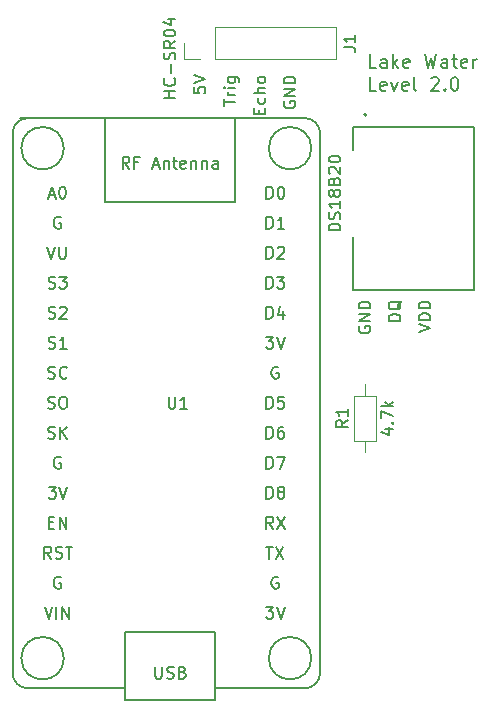
<source format=gbr>
%TF.GenerationSoftware,KiCad,Pcbnew,(5.1.9)-1*%
%TF.CreationDate,2021-04-23T18:31:25-07:00*%
%TF.ProjectId,LakeLevel,4c616b65-4c65-4766-956c-2e6b69636164,rev?*%
%TF.SameCoordinates,Original*%
%TF.FileFunction,Legend,Top*%
%TF.FilePolarity,Positive*%
%FSLAX46Y46*%
G04 Gerber Fmt 4.6, Leading zero omitted, Abs format (unit mm)*
G04 Created by KiCad (PCBNEW (5.1.9)-1) date 2021-04-23 18:31:25*
%MOMM*%
%LPD*%
G01*
G04 APERTURE LIST*
%ADD10C,0.150000*%
%ADD11C,0.200000*%
%ADD12C,0.120000*%
%ADD13C,0.127000*%
G04 APERTURE END LIST*
D10*
X133802380Y-66833333D02*
X132802380Y-66833333D01*
X133278571Y-66833333D02*
X133278571Y-66261904D01*
X133802380Y-66261904D02*
X132802380Y-66261904D01*
X133707142Y-65214285D02*
X133754761Y-65261904D01*
X133802380Y-65404761D01*
X133802380Y-65500000D01*
X133754761Y-65642857D01*
X133659523Y-65738095D01*
X133564285Y-65785714D01*
X133373809Y-65833333D01*
X133230952Y-65833333D01*
X133040476Y-65785714D01*
X132945238Y-65738095D01*
X132850000Y-65642857D01*
X132802380Y-65500000D01*
X132802380Y-65404761D01*
X132850000Y-65261904D01*
X132897619Y-65214285D01*
X133421428Y-64785714D02*
X133421428Y-64023809D01*
X133754761Y-63595238D02*
X133802380Y-63452380D01*
X133802380Y-63214285D01*
X133754761Y-63119047D01*
X133707142Y-63071428D01*
X133611904Y-63023809D01*
X133516666Y-63023809D01*
X133421428Y-63071428D01*
X133373809Y-63119047D01*
X133326190Y-63214285D01*
X133278571Y-63404761D01*
X133230952Y-63500000D01*
X133183333Y-63547619D01*
X133088095Y-63595238D01*
X132992857Y-63595238D01*
X132897619Y-63547619D01*
X132850000Y-63500000D01*
X132802380Y-63404761D01*
X132802380Y-63166666D01*
X132850000Y-63023809D01*
X133802380Y-62023809D02*
X133326190Y-62357142D01*
X133802380Y-62595238D02*
X132802380Y-62595238D01*
X132802380Y-62214285D01*
X132850000Y-62119047D01*
X132897619Y-62071428D01*
X132992857Y-62023809D01*
X133135714Y-62023809D01*
X133230952Y-62071428D01*
X133278571Y-62119047D01*
X133326190Y-62214285D01*
X133326190Y-62595238D01*
X132802380Y-61404761D02*
X132802380Y-61309523D01*
X132850000Y-61214285D01*
X132897619Y-61166666D01*
X132992857Y-61119047D01*
X133183333Y-61071428D01*
X133421428Y-61071428D01*
X133611904Y-61119047D01*
X133707142Y-61166666D01*
X133754761Y-61214285D01*
X133802380Y-61309523D01*
X133802380Y-61404761D01*
X133754761Y-61500000D01*
X133707142Y-61547619D01*
X133611904Y-61595238D01*
X133421428Y-61642857D01*
X133183333Y-61642857D01*
X132992857Y-61595238D01*
X132897619Y-61547619D01*
X132850000Y-61500000D01*
X132802380Y-61404761D01*
X133135714Y-60214285D02*
X133802380Y-60214285D01*
X132754761Y-60452380D02*
X133469047Y-60690476D01*
X133469047Y-60071428D01*
X149360000Y-86203214D02*
X149312380Y-86298452D01*
X149312380Y-86441309D01*
X149360000Y-86584166D01*
X149455238Y-86679404D01*
X149550476Y-86727023D01*
X149740952Y-86774642D01*
X149883809Y-86774642D01*
X150074285Y-86727023D01*
X150169523Y-86679404D01*
X150264761Y-86584166D01*
X150312380Y-86441309D01*
X150312380Y-86346071D01*
X150264761Y-86203214D01*
X150217142Y-86155595D01*
X149883809Y-86155595D01*
X149883809Y-86346071D01*
X150312380Y-85727023D02*
X149312380Y-85727023D01*
X150312380Y-85155595D01*
X149312380Y-85155595D01*
X150312380Y-84679404D02*
X149312380Y-84679404D01*
X149312380Y-84441309D01*
X149360000Y-84298452D01*
X149455238Y-84203214D01*
X149550476Y-84155595D01*
X149740952Y-84107976D01*
X149883809Y-84107976D01*
X150074285Y-84155595D01*
X150169523Y-84203214D01*
X150264761Y-84298452D01*
X150312380Y-84441309D01*
X150312380Y-84679404D01*
X140898571Y-68200833D02*
X140898571Y-67867500D01*
X141422380Y-67724642D02*
X141422380Y-68200833D01*
X140422380Y-68200833D01*
X140422380Y-67724642D01*
X141374761Y-66867500D02*
X141422380Y-66962738D01*
X141422380Y-67153214D01*
X141374761Y-67248452D01*
X141327142Y-67296071D01*
X141231904Y-67343690D01*
X140946190Y-67343690D01*
X140850952Y-67296071D01*
X140803333Y-67248452D01*
X140755714Y-67153214D01*
X140755714Y-66962738D01*
X140803333Y-66867500D01*
X141422380Y-66438928D02*
X140422380Y-66438928D01*
X141422380Y-66010357D02*
X140898571Y-66010357D01*
X140803333Y-66057976D01*
X140755714Y-66153214D01*
X140755714Y-66296071D01*
X140803333Y-66391309D01*
X140850952Y-66438928D01*
X141422380Y-65391309D02*
X141374761Y-65486547D01*
X141327142Y-65534166D01*
X141231904Y-65581785D01*
X140946190Y-65581785D01*
X140850952Y-65534166D01*
X140803333Y-65486547D01*
X140755714Y-65391309D01*
X140755714Y-65248452D01*
X140803333Y-65153214D01*
X140850952Y-65105595D01*
X140946190Y-65057976D01*
X141231904Y-65057976D01*
X141327142Y-65105595D01*
X141374761Y-65153214D01*
X141422380Y-65248452D01*
X141422380Y-65391309D01*
X152852380Y-85727023D02*
X151852380Y-85727023D01*
X151852380Y-85488928D01*
X151900000Y-85346071D01*
X151995238Y-85250833D01*
X152090476Y-85203214D01*
X152280952Y-85155595D01*
X152423809Y-85155595D01*
X152614285Y-85203214D01*
X152709523Y-85250833D01*
X152804761Y-85346071D01*
X152852380Y-85488928D01*
X152852380Y-85727023D01*
X152947619Y-84060357D02*
X152900000Y-84155595D01*
X152804761Y-84250833D01*
X152661904Y-84393690D01*
X152614285Y-84488928D01*
X152614285Y-84584166D01*
X152852380Y-84536547D02*
X152804761Y-84631785D01*
X152709523Y-84727023D01*
X152519047Y-84774642D01*
X152185714Y-84774642D01*
X151995238Y-84727023D01*
X151900000Y-84631785D01*
X151852380Y-84536547D01*
X151852380Y-84346071D01*
X151900000Y-84250833D01*
X151995238Y-84155595D01*
X152185714Y-84107976D01*
X152519047Y-84107976D01*
X152709523Y-84155595D01*
X152804761Y-84250833D01*
X152852380Y-84346071D01*
X152852380Y-84536547D01*
X154392380Y-86679404D02*
X155392380Y-86346071D01*
X154392380Y-86012738D01*
X155392380Y-85679404D02*
X154392380Y-85679404D01*
X154392380Y-85441309D01*
X154440000Y-85298452D01*
X154535238Y-85203214D01*
X154630476Y-85155595D01*
X154820952Y-85107976D01*
X154963809Y-85107976D01*
X155154285Y-85155595D01*
X155249523Y-85203214D01*
X155344761Y-85298452D01*
X155392380Y-85441309D01*
X155392380Y-85679404D01*
X155392380Y-84679404D02*
X154392380Y-84679404D01*
X154392380Y-84441309D01*
X154440000Y-84298452D01*
X154535238Y-84203214D01*
X154630476Y-84155595D01*
X154820952Y-84107976D01*
X154963809Y-84107976D01*
X155154285Y-84155595D01*
X155249523Y-84203214D01*
X155344761Y-84298452D01*
X155392380Y-84441309D01*
X155392380Y-84679404D01*
X143010000Y-67153214D02*
X142962380Y-67248452D01*
X142962380Y-67391309D01*
X143010000Y-67534166D01*
X143105238Y-67629404D01*
X143200476Y-67677023D01*
X143390952Y-67724642D01*
X143533809Y-67724642D01*
X143724285Y-67677023D01*
X143819523Y-67629404D01*
X143914761Y-67534166D01*
X143962380Y-67391309D01*
X143962380Y-67296071D01*
X143914761Y-67153214D01*
X143867142Y-67105595D01*
X143533809Y-67105595D01*
X143533809Y-67296071D01*
X143962380Y-66677023D02*
X142962380Y-66677023D01*
X143962380Y-66105595D01*
X142962380Y-66105595D01*
X143962380Y-65629404D02*
X142962380Y-65629404D01*
X142962380Y-65391309D01*
X143010000Y-65248452D01*
X143105238Y-65153214D01*
X143200476Y-65105595D01*
X143390952Y-65057976D01*
X143533809Y-65057976D01*
X143724285Y-65105595D01*
X143819523Y-65153214D01*
X143914761Y-65248452D01*
X143962380Y-65391309D01*
X143962380Y-65629404D01*
X137882380Y-67534166D02*
X137882380Y-66962738D01*
X138882380Y-67248452D02*
X137882380Y-67248452D01*
X138882380Y-66629404D02*
X138215714Y-66629404D01*
X138406190Y-66629404D02*
X138310952Y-66581785D01*
X138263333Y-66534166D01*
X138215714Y-66438928D01*
X138215714Y-66343690D01*
X138882380Y-66010357D02*
X138215714Y-66010357D01*
X137882380Y-66010357D02*
X137930000Y-66057976D01*
X137977619Y-66010357D01*
X137930000Y-65962738D01*
X137882380Y-66010357D01*
X137977619Y-66010357D01*
X138215714Y-65105595D02*
X139025238Y-65105595D01*
X139120476Y-65153214D01*
X139168095Y-65200833D01*
X139215714Y-65296071D01*
X139215714Y-65438928D01*
X139168095Y-65534166D01*
X138834761Y-65105595D02*
X138882380Y-65200833D01*
X138882380Y-65391309D01*
X138834761Y-65486547D01*
X138787142Y-65534166D01*
X138691904Y-65581785D01*
X138406190Y-65581785D01*
X138310952Y-65534166D01*
X138263333Y-65486547D01*
X138215714Y-65391309D01*
X138215714Y-65200833D01*
X138263333Y-65105595D01*
D11*
X150811428Y-64327738D02*
X150263809Y-64327738D01*
X150263809Y-63177738D01*
X151687619Y-64327738D02*
X151687619Y-63725357D01*
X151632857Y-63615833D01*
X151523333Y-63561071D01*
X151304285Y-63561071D01*
X151194761Y-63615833D01*
X151687619Y-64272976D02*
X151578095Y-64327738D01*
X151304285Y-64327738D01*
X151194761Y-64272976D01*
X151140000Y-64163452D01*
X151140000Y-64053928D01*
X151194761Y-63944404D01*
X151304285Y-63889642D01*
X151578095Y-63889642D01*
X151687619Y-63834880D01*
X152235238Y-64327738D02*
X152235238Y-63177738D01*
X152344761Y-63889642D02*
X152673333Y-64327738D01*
X152673333Y-63561071D02*
X152235238Y-63999166D01*
X153604285Y-64272976D02*
X153494761Y-64327738D01*
X153275714Y-64327738D01*
X153166190Y-64272976D01*
X153111428Y-64163452D01*
X153111428Y-63725357D01*
X153166190Y-63615833D01*
X153275714Y-63561071D01*
X153494761Y-63561071D01*
X153604285Y-63615833D01*
X153659047Y-63725357D01*
X153659047Y-63834880D01*
X153111428Y-63944404D01*
X154918571Y-63177738D02*
X155192380Y-64327738D01*
X155411428Y-63506309D01*
X155630476Y-64327738D01*
X155904285Y-63177738D01*
X156835238Y-64327738D02*
X156835238Y-63725357D01*
X156780476Y-63615833D01*
X156670952Y-63561071D01*
X156451904Y-63561071D01*
X156342380Y-63615833D01*
X156835238Y-64272976D02*
X156725714Y-64327738D01*
X156451904Y-64327738D01*
X156342380Y-64272976D01*
X156287619Y-64163452D01*
X156287619Y-64053928D01*
X156342380Y-63944404D01*
X156451904Y-63889642D01*
X156725714Y-63889642D01*
X156835238Y-63834880D01*
X157218571Y-63561071D02*
X157656666Y-63561071D01*
X157382857Y-63177738D02*
X157382857Y-64163452D01*
X157437619Y-64272976D01*
X157547142Y-64327738D01*
X157656666Y-64327738D01*
X158478095Y-64272976D02*
X158368571Y-64327738D01*
X158149523Y-64327738D01*
X158040000Y-64272976D01*
X157985238Y-64163452D01*
X157985238Y-63725357D01*
X158040000Y-63615833D01*
X158149523Y-63561071D01*
X158368571Y-63561071D01*
X158478095Y-63615833D01*
X158532857Y-63725357D01*
X158532857Y-63834880D01*
X157985238Y-63944404D01*
X159025714Y-64327738D02*
X159025714Y-63561071D01*
X159025714Y-63780119D02*
X159080476Y-63670595D01*
X159135238Y-63615833D01*
X159244761Y-63561071D01*
X159354285Y-63561071D01*
X150811428Y-66252738D02*
X150263809Y-66252738D01*
X150263809Y-65102738D01*
X151632857Y-66197976D02*
X151523333Y-66252738D01*
X151304285Y-66252738D01*
X151194761Y-66197976D01*
X151140000Y-66088452D01*
X151140000Y-65650357D01*
X151194761Y-65540833D01*
X151304285Y-65486071D01*
X151523333Y-65486071D01*
X151632857Y-65540833D01*
X151687619Y-65650357D01*
X151687619Y-65759880D01*
X151140000Y-65869404D01*
X152070952Y-65486071D02*
X152344761Y-66252738D01*
X152618571Y-65486071D01*
X153494761Y-66197976D02*
X153385238Y-66252738D01*
X153166190Y-66252738D01*
X153056666Y-66197976D01*
X153001904Y-66088452D01*
X153001904Y-65650357D01*
X153056666Y-65540833D01*
X153166190Y-65486071D01*
X153385238Y-65486071D01*
X153494761Y-65540833D01*
X153549523Y-65650357D01*
X153549523Y-65759880D01*
X153001904Y-65869404D01*
X154206666Y-66252738D02*
X154097142Y-66197976D01*
X154042380Y-66088452D01*
X154042380Y-65102738D01*
X155466190Y-65212261D02*
X155520952Y-65157500D01*
X155630476Y-65102738D01*
X155904285Y-65102738D01*
X156013809Y-65157500D01*
X156068571Y-65212261D01*
X156123333Y-65321785D01*
X156123333Y-65431309D01*
X156068571Y-65595595D01*
X155411428Y-66252738D01*
X156123333Y-66252738D01*
X156616190Y-66143214D02*
X156670952Y-66197976D01*
X156616190Y-66252738D01*
X156561428Y-66197976D01*
X156616190Y-66143214D01*
X156616190Y-66252738D01*
X157382857Y-65102738D02*
X157492380Y-65102738D01*
X157601904Y-65157500D01*
X157656666Y-65212261D01*
X157711428Y-65321785D01*
X157766190Y-65540833D01*
X157766190Y-65814642D01*
X157711428Y-66033690D01*
X157656666Y-66143214D01*
X157601904Y-66197976D01*
X157492380Y-66252738D01*
X157382857Y-66252738D01*
X157273333Y-66197976D01*
X157218571Y-66143214D01*
X157163809Y-66033690D01*
X157109047Y-65814642D01*
X157109047Y-65540833D01*
X157163809Y-65321785D01*
X157218571Y-65212261D01*
X157273333Y-65157500D01*
X157382857Y-65102738D01*
D10*
X135342380Y-65962738D02*
X135342380Y-66438928D01*
X135818571Y-66486547D01*
X135770952Y-66438928D01*
X135723333Y-66343690D01*
X135723333Y-66105595D01*
X135770952Y-66010357D01*
X135818571Y-65962738D01*
X135913809Y-65915119D01*
X136151904Y-65915119D01*
X136247142Y-65962738D01*
X136294761Y-66010357D01*
X136342380Y-66105595D01*
X136342380Y-66343690D01*
X136294761Y-66438928D01*
X136247142Y-66486547D01*
X135342380Y-65629404D02*
X136342380Y-65296071D01*
X135342380Y-64962738D01*
%TO.C,U1*%
X144780000Y-116840000D02*
X137160000Y-116840000D01*
X138850000Y-75710000D02*
X127850000Y-75710000D01*
X138850000Y-68580000D02*
X138850000Y-75710000D01*
X127850000Y-75710000D02*
X127850000Y-68580000D01*
X129550000Y-117840000D02*
X129550000Y-112110000D01*
X129550000Y-112110000D02*
X137150000Y-112110000D01*
X137150000Y-112110000D02*
X137150000Y-117840000D01*
X137150000Y-117840000D02*
X129550000Y-117840000D01*
X146050000Y-69850000D02*
X146050000Y-115570000D01*
X120015000Y-69850000D02*
X120015000Y-115570000D01*
X129540000Y-116840000D02*
X121285000Y-116840000D01*
X145306051Y-114300000D02*
G75*
G03*
X145306051Y-114300000I-1796051J0D01*
G01*
X124351051Y-114300000D02*
G75*
G03*
X124351051Y-114300000I-1796051J0D01*
G01*
X124351051Y-71120000D02*
G75*
G03*
X124351051Y-71120000I-1796051J0D01*
G01*
X145306051Y-71120000D02*
G75*
G03*
X145306051Y-71120000I-1796051J0D01*
G01*
X144780000Y-68580000D02*
X120650000Y-68580000D01*
X120015000Y-115570000D02*
G75*
G03*
X121285000Y-116840000I1270000J0D01*
G01*
X144780000Y-116840000D02*
G75*
G03*
X146050000Y-115570000I0J1270000D01*
G01*
X146050000Y-69850000D02*
G75*
G03*
X144780000Y-68580000I-1270000J0D01*
G01*
X121285000Y-68580000D02*
G75*
G03*
X120015000Y-69850000I0J-1270000D01*
G01*
D12*
%TO.C,R1*%
X149860000Y-91110000D02*
X149860000Y-92060000D01*
X149860000Y-96850000D02*
X149860000Y-95900000D01*
X148940000Y-92060000D02*
X148940000Y-95900000D01*
X150780000Y-92060000D02*
X148940000Y-92060000D01*
X150780000Y-95900000D02*
X150780000Y-92060000D01*
X148940000Y-95900000D02*
X150780000Y-95900000D01*
%TO.C,J1*%
X134560000Y-63560000D02*
X134560000Y-62230000D01*
X135890000Y-63560000D02*
X134560000Y-63560000D01*
X137160000Y-63560000D02*
X137160000Y-60900000D01*
X137160000Y-60900000D02*
X147380000Y-60900000D01*
X137160000Y-63560000D02*
X147380000Y-63560000D01*
X147380000Y-63560000D02*
X147380000Y-60900000D01*
D11*
%TO.C,DS18B20*%
X149960000Y-68290000D02*
G75*
G03*
X149960000Y-68290000I-100000J0D01*
G01*
D13*
X159090000Y-83090000D02*
X148870000Y-83090000D01*
X148870000Y-69290000D02*
X159090000Y-69290000D01*
X159090000Y-69290000D02*
X159090000Y-83090000D01*
X148870000Y-71245000D02*
X148870000Y-69290000D01*
X148870000Y-83090000D02*
X148870000Y-78615000D01*
%TO.C,U1*%
D10*
X133223095Y-92162380D02*
X133223095Y-92971904D01*
X133270714Y-93067142D01*
X133318333Y-93114761D01*
X133413571Y-93162380D01*
X133604047Y-93162380D01*
X133699285Y-93114761D01*
X133746904Y-93067142D01*
X133794523Y-92971904D01*
X133794523Y-92162380D01*
X134794523Y-93162380D02*
X134223095Y-93162380D01*
X134508809Y-93162380D02*
X134508809Y-92162380D01*
X134413571Y-92305238D01*
X134318333Y-92400476D01*
X134223095Y-92448095D01*
X141501904Y-75382380D02*
X141501904Y-74382380D01*
X141740000Y-74382380D01*
X141882857Y-74430000D01*
X141978095Y-74525238D01*
X142025714Y-74620476D01*
X142073333Y-74810952D01*
X142073333Y-74953809D01*
X142025714Y-75144285D01*
X141978095Y-75239523D01*
X141882857Y-75334761D01*
X141740000Y-75382380D01*
X141501904Y-75382380D01*
X142692380Y-74382380D02*
X142787619Y-74382380D01*
X142882857Y-74430000D01*
X142930476Y-74477619D01*
X142978095Y-74572857D01*
X143025714Y-74763333D01*
X143025714Y-75001428D01*
X142978095Y-75191904D01*
X142930476Y-75287142D01*
X142882857Y-75334761D01*
X142787619Y-75382380D01*
X142692380Y-75382380D01*
X142597142Y-75334761D01*
X142549523Y-75287142D01*
X142501904Y-75191904D01*
X142454285Y-75001428D01*
X142454285Y-74763333D01*
X142501904Y-74572857D01*
X142549523Y-74477619D01*
X142597142Y-74430000D01*
X142692380Y-74382380D01*
X141501904Y-77922380D02*
X141501904Y-76922380D01*
X141740000Y-76922380D01*
X141882857Y-76970000D01*
X141978095Y-77065238D01*
X142025714Y-77160476D01*
X142073333Y-77350952D01*
X142073333Y-77493809D01*
X142025714Y-77684285D01*
X141978095Y-77779523D01*
X141882857Y-77874761D01*
X141740000Y-77922380D01*
X141501904Y-77922380D01*
X143025714Y-77922380D02*
X142454285Y-77922380D01*
X142740000Y-77922380D02*
X142740000Y-76922380D01*
X142644761Y-77065238D01*
X142549523Y-77160476D01*
X142454285Y-77208095D01*
X141501904Y-80462380D02*
X141501904Y-79462380D01*
X141740000Y-79462380D01*
X141882857Y-79510000D01*
X141978095Y-79605238D01*
X142025714Y-79700476D01*
X142073333Y-79890952D01*
X142073333Y-80033809D01*
X142025714Y-80224285D01*
X141978095Y-80319523D01*
X141882857Y-80414761D01*
X141740000Y-80462380D01*
X141501904Y-80462380D01*
X142454285Y-79557619D02*
X142501904Y-79510000D01*
X142597142Y-79462380D01*
X142835238Y-79462380D01*
X142930476Y-79510000D01*
X142978095Y-79557619D01*
X143025714Y-79652857D01*
X143025714Y-79748095D01*
X142978095Y-79890952D01*
X142406666Y-80462380D01*
X143025714Y-80462380D01*
X141501904Y-83002380D02*
X141501904Y-82002380D01*
X141740000Y-82002380D01*
X141882857Y-82050000D01*
X141978095Y-82145238D01*
X142025714Y-82240476D01*
X142073333Y-82430952D01*
X142073333Y-82573809D01*
X142025714Y-82764285D01*
X141978095Y-82859523D01*
X141882857Y-82954761D01*
X141740000Y-83002380D01*
X141501904Y-83002380D01*
X142406666Y-82002380D02*
X143025714Y-82002380D01*
X142692380Y-82383333D01*
X142835238Y-82383333D01*
X142930476Y-82430952D01*
X142978095Y-82478571D01*
X143025714Y-82573809D01*
X143025714Y-82811904D01*
X142978095Y-82907142D01*
X142930476Y-82954761D01*
X142835238Y-83002380D01*
X142549523Y-83002380D01*
X142454285Y-82954761D01*
X142406666Y-82907142D01*
X141501904Y-85542380D02*
X141501904Y-84542380D01*
X141740000Y-84542380D01*
X141882857Y-84590000D01*
X141978095Y-84685238D01*
X142025714Y-84780476D01*
X142073333Y-84970952D01*
X142073333Y-85113809D01*
X142025714Y-85304285D01*
X141978095Y-85399523D01*
X141882857Y-85494761D01*
X141740000Y-85542380D01*
X141501904Y-85542380D01*
X142930476Y-84875714D02*
X142930476Y-85542380D01*
X142692380Y-84494761D02*
X142454285Y-85209047D01*
X143073333Y-85209047D01*
X141478095Y-87082380D02*
X142097142Y-87082380D01*
X141763809Y-87463333D01*
X141906666Y-87463333D01*
X142001904Y-87510952D01*
X142049523Y-87558571D01*
X142097142Y-87653809D01*
X142097142Y-87891904D01*
X142049523Y-87987142D01*
X142001904Y-88034761D01*
X141906666Y-88082380D01*
X141620952Y-88082380D01*
X141525714Y-88034761D01*
X141478095Y-87987142D01*
X142382857Y-87082380D02*
X142716190Y-88082380D01*
X143049523Y-87082380D01*
X142501904Y-89670000D02*
X142406666Y-89622380D01*
X142263809Y-89622380D01*
X142120952Y-89670000D01*
X142025714Y-89765238D01*
X141978095Y-89860476D01*
X141930476Y-90050952D01*
X141930476Y-90193809D01*
X141978095Y-90384285D01*
X142025714Y-90479523D01*
X142120952Y-90574761D01*
X142263809Y-90622380D01*
X142359047Y-90622380D01*
X142501904Y-90574761D01*
X142549523Y-90527142D01*
X142549523Y-90193809D01*
X142359047Y-90193809D01*
X141501904Y-93162380D02*
X141501904Y-92162380D01*
X141740000Y-92162380D01*
X141882857Y-92210000D01*
X141978095Y-92305238D01*
X142025714Y-92400476D01*
X142073333Y-92590952D01*
X142073333Y-92733809D01*
X142025714Y-92924285D01*
X141978095Y-93019523D01*
X141882857Y-93114761D01*
X141740000Y-93162380D01*
X141501904Y-93162380D01*
X142978095Y-92162380D02*
X142501904Y-92162380D01*
X142454285Y-92638571D01*
X142501904Y-92590952D01*
X142597142Y-92543333D01*
X142835238Y-92543333D01*
X142930476Y-92590952D01*
X142978095Y-92638571D01*
X143025714Y-92733809D01*
X143025714Y-92971904D01*
X142978095Y-93067142D01*
X142930476Y-93114761D01*
X142835238Y-93162380D01*
X142597142Y-93162380D01*
X142501904Y-93114761D01*
X142454285Y-93067142D01*
X141501904Y-95702380D02*
X141501904Y-94702380D01*
X141740000Y-94702380D01*
X141882857Y-94750000D01*
X141978095Y-94845238D01*
X142025714Y-94940476D01*
X142073333Y-95130952D01*
X142073333Y-95273809D01*
X142025714Y-95464285D01*
X141978095Y-95559523D01*
X141882857Y-95654761D01*
X141740000Y-95702380D01*
X141501904Y-95702380D01*
X142930476Y-94702380D02*
X142740000Y-94702380D01*
X142644761Y-94750000D01*
X142597142Y-94797619D01*
X142501904Y-94940476D01*
X142454285Y-95130952D01*
X142454285Y-95511904D01*
X142501904Y-95607142D01*
X142549523Y-95654761D01*
X142644761Y-95702380D01*
X142835238Y-95702380D01*
X142930476Y-95654761D01*
X142978095Y-95607142D01*
X143025714Y-95511904D01*
X143025714Y-95273809D01*
X142978095Y-95178571D01*
X142930476Y-95130952D01*
X142835238Y-95083333D01*
X142644761Y-95083333D01*
X142549523Y-95130952D01*
X142501904Y-95178571D01*
X142454285Y-95273809D01*
X141501904Y-98242380D02*
X141501904Y-97242380D01*
X141740000Y-97242380D01*
X141882857Y-97290000D01*
X141978095Y-97385238D01*
X142025714Y-97480476D01*
X142073333Y-97670952D01*
X142073333Y-97813809D01*
X142025714Y-98004285D01*
X141978095Y-98099523D01*
X141882857Y-98194761D01*
X141740000Y-98242380D01*
X141501904Y-98242380D01*
X142406666Y-97242380D02*
X143073333Y-97242380D01*
X142644761Y-98242380D01*
X141501904Y-100782380D02*
X141501904Y-99782380D01*
X141740000Y-99782380D01*
X141882857Y-99830000D01*
X141978095Y-99925238D01*
X142025714Y-100020476D01*
X142073333Y-100210952D01*
X142073333Y-100353809D01*
X142025714Y-100544285D01*
X141978095Y-100639523D01*
X141882857Y-100734761D01*
X141740000Y-100782380D01*
X141501904Y-100782380D01*
X142644761Y-100210952D02*
X142549523Y-100163333D01*
X142501904Y-100115714D01*
X142454285Y-100020476D01*
X142454285Y-99972857D01*
X142501904Y-99877619D01*
X142549523Y-99830000D01*
X142644761Y-99782380D01*
X142835238Y-99782380D01*
X142930476Y-99830000D01*
X142978095Y-99877619D01*
X143025714Y-99972857D01*
X143025714Y-100020476D01*
X142978095Y-100115714D01*
X142930476Y-100163333D01*
X142835238Y-100210952D01*
X142644761Y-100210952D01*
X142549523Y-100258571D01*
X142501904Y-100306190D01*
X142454285Y-100401428D01*
X142454285Y-100591904D01*
X142501904Y-100687142D01*
X142549523Y-100734761D01*
X142644761Y-100782380D01*
X142835238Y-100782380D01*
X142930476Y-100734761D01*
X142978095Y-100687142D01*
X143025714Y-100591904D01*
X143025714Y-100401428D01*
X142978095Y-100306190D01*
X142930476Y-100258571D01*
X142835238Y-100210952D01*
X142073333Y-103322380D02*
X141740000Y-102846190D01*
X141501904Y-103322380D02*
X141501904Y-102322380D01*
X141882857Y-102322380D01*
X141978095Y-102370000D01*
X142025714Y-102417619D01*
X142073333Y-102512857D01*
X142073333Y-102655714D01*
X142025714Y-102750952D01*
X141978095Y-102798571D01*
X141882857Y-102846190D01*
X141501904Y-102846190D01*
X142406666Y-102322380D02*
X143073333Y-103322380D01*
X143073333Y-102322380D02*
X142406666Y-103322380D01*
X141478095Y-104862380D02*
X142049523Y-104862380D01*
X141763809Y-105862380D02*
X141763809Y-104862380D01*
X142287619Y-104862380D02*
X142954285Y-105862380D01*
X142954285Y-104862380D02*
X142287619Y-105862380D01*
X142501904Y-107450000D02*
X142406666Y-107402380D01*
X142263809Y-107402380D01*
X142120952Y-107450000D01*
X142025714Y-107545238D01*
X141978095Y-107640476D01*
X141930476Y-107830952D01*
X141930476Y-107973809D01*
X141978095Y-108164285D01*
X142025714Y-108259523D01*
X142120952Y-108354761D01*
X142263809Y-108402380D01*
X142359047Y-108402380D01*
X142501904Y-108354761D01*
X142549523Y-108307142D01*
X142549523Y-107973809D01*
X142359047Y-107973809D01*
X141478095Y-109942380D02*
X142097142Y-109942380D01*
X141763809Y-110323333D01*
X141906666Y-110323333D01*
X142001904Y-110370952D01*
X142049523Y-110418571D01*
X142097142Y-110513809D01*
X142097142Y-110751904D01*
X142049523Y-110847142D01*
X142001904Y-110894761D01*
X141906666Y-110942380D01*
X141620952Y-110942380D01*
X141525714Y-110894761D01*
X141478095Y-110847142D01*
X142382857Y-109942380D02*
X142716190Y-110942380D01*
X143049523Y-109942380D01*
X123110714Y-75096666D02*
X123586904Y-75096666D01*
X123015476Y-75382380D02*
X123348809Y-74382380D01*
X123682142Y-75382380D01*
X124205952Y-74382380D02*
X124301190Y-74382380D01*
X124396428Y-74430000D01*
X124444047Y-74477619D01*
X124491666Y-74572857D01*
X124539285Y-74763333D01*
X124539285Y-75001428D01*
X124491666Y-75191904D01*
X124444047Y-75287142D01*
X124396428Y-75334761D01*
X124301190Y-75382380D01*
X124205952Y-75382380D01*
X124110714Y-75334761D01*
X124063095Y-75287142D01*
X124015476Y-75191904D01*
X123967857Y-75001428D01*
X123967857Y-74763333D01*
X124015476Y-74572857D01*
X124063095Y-74477619D01*
X124110714Y-74430000D01*
X124205952Y-74382380D01*
X124086904Y-76970000D02*
X123991666Y-76922380D01*
X123848809Y-76922380D01*
X123705952Y-76970000D01*
X123610714Y-77065238D01*
X123563095Y-77160476D01*
X123515476Y-77350952D01*
X123515476Y-77493809D01*
X123563095Y-77684285D01*
X123610714Y-77779523D01*
X123705952Y-77874761D01*
X123848809Y-77922380D01*
X123944047Y-77922380D01*
X124086904Y-77874761D01*
X124134523Y-77827142D01*
X124134523Y-77493809D01*
X123944047Y-77493809D01*
X122967857Y-79462380D02*
X123301190Y-80462380D01*
X123634523Y-79462380D01*
X123967857Y-79462380D02*
X123967857Y-80271904D01*
X124015476Y-80367142D01*
X124063095Y-80414761D01*
X124158333Y-80462380D01*
X124348809Y-80462380D01*
X124444047Y-80414761D01*
X124491666Y-80367142D01*
X124539285Y-80271904D01*
X124539285Y-79462380D01*
X123063095Y-82954761D02*
X123205952Y-83002380D01*
X123444047Y-83002380D01*
X123539285Y-82954761D01*
X123586904Y-82907142D01*
X123634523Y-82811904D01*
X123634523Y-82716666D01*
X123586904Y-82621428D01*
X123539285Y-82573809D01*
X123444047Y-82526190D01*
X123253571Y-82478571D01*
X123158333Y-82430952D01*
X123110714Y-82383333D01*
X123063095Y-82288095D01*
X123063095Y-82192857D01*
X123110714Y-82097619D01*
X123158333Y-82050000D01*
X123253571Y-82002380D01*
X123491666Y-82002380D01*
X123634523Y-82050000D01*
X123967857Y-82002380D02*
X124586904Y-82002380D01*
X124253571Y-82383333D01*
X124396428Y-82383333D01*
X124491666Y-82430952D01*
X124539285Y-82478571D01*
X124586904Y-82573809D01*
X124586904Y-82811904D01*
X124539285Y-82907142D01*
X124491666Y-82954761D01*
X124396428Y-83002380D01*
X124110714Y-83002380D01*
X124015476Y-82954761D01*
X123967857Y-82907142D01*
X123063095Y-85494761D02*
X123205952Y-85542380D01*
X123444047Y-85542380D01*
X123539285Y-85494761D01*
X123586904Y-85447142D01*
X123634523Y-85351904D01*
X123634523Y-85256666D01*
X123586904Y-85161428D01*
X123539285Y-85113809D01*
X123444047Y-85066190D01*
X123253571Y-85018571D01*
X123158333Y-84970952D01*
X123110714Y-84923333D01*
X123063095Y-84828095D01*
X123063095Y-84732857D01*
X123110714Y-84637619D01*
X123158333Y-84590000D01*
X123253571Y-84542380D01*
X123491666Y-84542380D01*
X123634523Y-84590000D01*
X124015476Y-84637619D02*
X124063095Y-84590000D01*
X124158333Y-84542380D01*
X124396428Y-84542380D01*
X124491666Y-84590000D01*
X124539285Y-84637619D01*
X124586904Y-84732857D01*
X124586904Y-84828095D01*
X124539285Y-84970952D01*
X123967857Y-85542380D01*
X124586904Y-85542380D01*
X123063095Y-88034761D02*
X123205952Y-88082380D01*
X123444047Y-88082380D01*
X123539285Y-88034761D01*
X123586904Y-87987142D01*
X123634523Y-87891904D01*
X123634523Y-87796666D01*
X123586904Y-87701428D01*
X123539285Y-87653809D01*
X123444047Y-87606190D01*
X123253571Y-87558571D01*
X123158333Y-87510952D01*
X123110714Y-87463333D01*
X123063095Y-87368095D01*
X123063095Y-87272857D01*
X123110714Y-87177619D01*
X123158333Y-87130000D01*
X123253571Y-87082380D01*
X123491666Y-87082380D01*
X123634523Y-87130000D01*
X124586904Y-88082380D02*
X124015476Y-88082380D01*
X124301190Y-88082380D02*
X124301190Y-87082380D01*
X124205952Y-87225238D01*
X124110714Y-87320476D01*
X124015476Y-87368095D01*
X123039285Y-90574761D02*
X123182142Y-90622380D01*
X123420238Y-90622380D01*
X123515476Y-90574761D01*
X123563095Y-90527142D01*
X123610714Y-90431904D01*
X123610714Y-90336666D01*
X123563095Y-90241428D01*
X123515476Y-90193809D01*
X123420238Y-90146190D01*
X123229761Y-90098571D01*
X123134523Y-90050952D01*
X123086904Y-90003333D01*
X123039285Y-89908095D01*
X123039285Y-89812857D01*
X123086904Y-89717619D01*
X123134523Y-89670000D01*
X123229761Y-89622380D01*
X123467857Y-89622380D01*
X123610714Y-89670000D01*
X124610714Y-90527142D02*
X124563095Y-90574761D01*
X124420238Y-90622380D01*
X124325000Y-90622380D01*
X124182142Y-90574761D01*
X124086904Y-90479523D01*
X124039285Y-90384285D01*
X123991666Y-90193809D01*
X123991666Y-90050952D01*
X124039285Y-89860476D01*
X124086904Y-89765238D01*
X124182142Y-89670000D01*
X124325000Y-89622380D01*
X124420238Y-89622380D01*
X124563095Y-89670000D01*
X124610714Y-89717619D01*
X123015476Y-93114761D02*
X123158333Y-93162380D01*
X123396428Y-93162380D01*
X123491666Y-93114761D01*
X123539285Y-93067142D01*
X123586904Y-92971904D01*
X123586904Y-92876666D01*
X123539285Y-92781428D01*
X123491666Y-92733809D01*
X123396428Y-92686190D01*
X123205952Y-92638571D01*
X123110714Y-92590952D01*
X123063095Y-92543333D01*
X123015476Y-92448095D01*
X123015476Y-92352857D01*
X123063095Y-92257619D01*
X123110714Y-92210000D01*
X123205952Y-92162380D01*
X123444047Y-92162380D01*
X123586904Y-92210000D01*
X124205952Y-92162380D02*
X124396428Y-92162380D01*
X124491666Y-92210000D01*
X124586904Y-92305238D01*
X124634523Y-92495714D01*
X124634523Y-92829047D01*
X124586904Y-93019523D01*
X124491666Y-93114761D01*
X124396428Y-93162380D01*
X124205952Y-93162380D01*
X124110714Y-93114761D01*
X124015476Y-93019523D01*
X123967857Y-92829047D01*
X123967857Y-92495714D01*
X124015476Y-92305238D01*
X124110714Y-92210000D01*
X124205952Y-92162380D01*
X123039285Y-95654761D02*
X123182142Y-95702380D01*
X123420238Y-95702380D01*
X123515476Y-95654761D01*
X123563095Y-95607142D01*
X123610714Y-95511904D01*
X123610714Y-95416666D01*
X123563095Y-95321428D01*
X123515476Y-95273809D01*
X123420238Y-95226190D01*
X123229761Y-95178571D01*
X123134523Y-95130952D01*
X123086904Y-95083333D01*
X123039285Y-94988095D01*
X123039285Y-94892857D01*
X123086904Y-94797619D01*
X123134523Y-94750000D01*
X123229761Y-94702380D01*
X123467857Y-94702380D01*
X123610714Y-94750000D01*
X124039285Y-95702380D02*
X124039285Y-94702380D01*
X124610714Y-95702380D02*
X124182142Y-95130952D01*
X124610714Y-94702380D02*
X124039285Y-95273809D01*
X124086904Y-97290000D02*
X123991666Y-97242380D01*
X123848809Y-97242380D01*
X123705952Y-97290000D01*
X123610714Y-97385238D01*
X123563095Y-97480476D01*
X123515476Y-97670952D01*
X123515476Y-97813809D01*
X123563095Y-98004285D01*
X123610714Y-98099523D01*
X123705952Y-98194761D01*
X123848809Y-98242380D01*
X123944047Y-98242380D01*
X124086904Y-98194761D01*
X124134523Y-98147142D01*
X124134523Y-97813809D01*
X123944047Y-97813809D01*
X123063095Y-99782380D02*
X123682142Y-99782380D01*
X123348809Y-100163333D01*
X123491666Y-100163333D01*
X123586904Y-100210952D01*
X123634523Y-100258571D01*
X123682142Y-100353809D01*
X123682142Y-100591904D01*
X123634523Y-100687142D01*
X123586904Y-100734761D01*
X123491666Y-100782380D01*
X123205952Y-100782380D01*
X123110714Y-100734761D01*
X123063095Y-100687142D01*
X123967857Y-99782380D02*
X124301190Y-100782380D01*
X124634523Y-99782380D01*
X123086904Y-102798571D02*
X123420238Y-102798571D01*
X123563095Y-103322380D02*
X123086904Y-103322380D01*
X123086904Y-102322380D01*
X123563095Y-102322380D01*
X123991666Y-103322380D02*
X123991666Y-102322380D01*
X124563095Y-103322380D01*
X124563095Y-102322380D01*
X123277380Y-105862380D02*
X122944047Y-105386190D01*
X122705952Y-105862380D02*
X122705952Y-104862380D01*
X123086904Y-104862380D01*
X123182142Y-104910000D01*
X123229761Y-104957619D01*
X123277380Y-105052857D01*
X123277380Y-105195714D01*
X123229761Y-105290952D01*
X123182142Y-105338571D01*
X123086904Y-105386190D01*
X122705952Y-105386190D01*
X123658333Y-105814761D02*
X123801190Y-105862380D01*
X124039285Y-105862380D01*
X124134523Y-105814761D01*
X124182142Y-105767142D01*
X124229761Y-105671904D01*
X124229761Y-105576666D01*
X124182142Y-105481428D01*
X124134523Y-105433809D01*
X124039285Y-105386190D01*
X123848809Y-105338571D01*
X123753571Y-105290952D01*
X123705952Y-105243333D01*
X123658333Y-105148095D01*
X123658333Y-105052857D01*
X123705952Y-104957619D01*
X123753571Y-104910000D01*
X123848809Y-104862380D01*
X124086904Y-104862380D01*
X124229761Y-104910000D01*
X124515476Y-104862380D02*
X125086904Y-104862380D01*
X124801190Y-105862380D02*
X124801190Y-104862380D01*
X124086904Y-107450000D02*
X123991666Y-107402380D01*
X123848809Y-107402380D01*
X123705952Y-107450000D01*
X123610714Y-107545238D01*
X123563095Y-107640476D01*
X123515476Y-107830952D01*
X123515476Y-107973809D01*
X123563095Y-108164285D01*
X123610714Y-108259523D01*
X123705952Y-108354761D01*
X123848809Y-108402380D01*
X123944047Y-108402380D01*
X124086904Y-108354761D01*
X124134523Y-108307142D01*
X124134523Y-107973809D01*
X123944047Y-107973809D01*
X122729761Y-109942380D02*
X123063095Y-110942380D01*
X123396428Y-109942380D01*
X123729761Y-110942380D02*
X123729761Y-109942380D01*
X124205952Y-110942380D02*
X124205952Y-109942380D01*
X124777380Y-110942380D01*
X124777380Y-109942380D01*
X129897619Y-72842380D02*
X129564285Y-72366190D01*
X129326190Y-72842380D02*
X129326190Y-71842380D01*
X129707142Y-71842380D01*
X129802380Y-71890000D01*
X129850000Y-71937619D01*
X129897619Y-72032857D01*
X129897619Y-72175714D01*
X129850000Y-72270952D01*
X129802380Y-72318571D01*
X129707142Y-72366190D01*
X129326190Y-72366190D01*
X130659523Y-72318571D02*
X130326190Y-72318571D01*
X130326190Y-72842380D02*
X130326190Y-71842380D01*
X130802380Y-71842380D01*
X131897619Y-72556666D02*
X132373809Y-72556666D01*
X131802380Y-72842380D02*
X132135714Y-71842380D01*
X132469047Y-72842380D01*
X132802380Y-72175714D02*
X132802380Y-72842380D01*
X132802380Y-72270952D02*
X132850000Y-72223333D01*
X132945238Y-72175714D01*
X133088095Y-72175714D01*
X133183333Y-72223333D01*
X133230952Y-72318571D01*
X133230952Y-72842380D01*
X133564285Y-72175714D02*
X133945238Y-72175714D01*
X133707142Y-71842380D02*
X133707142Y-72699523D01*
X133754761Y-72794761D01*
X133850000Y-72842380D01*
X133945238Y-72842380D01*
X134659523Y-72794761D02*
X134564285Y-72842380D01*
X134373809Y-72842380D01*
X134278571Y-72794761D01*
X134230952Y-72699523D01*
X134230952Y-72318571D01*
X134278571Y-72223333D01*
X134373809Y-72175714D01*
X134564285Y-72175714D01*
X134659523Y-72223333D01*
X134707142Y-72318571D01*
X134707142Y-72413809D01*
X134230952Y-72509047D01*
X135135714Y-72175714D02*
X135135714Y-72842380D01*
X135135714Y-72270952D02*
X135183333Y-72223333D01*
X135278571Y-72175714D01*
X135421428Y-72175714D01*
X135516666Y-72223333D01*
X135564285Y-72318571D01*
X135564285Y-72842380D01*
X136040476Y-72175714D02*
X136040476Y-72842380D01*
X136040476Y-72270952D02*
X136088095Y-72223333D01*
X136183333Y-72175714D01*
X136326190Y-72175714D01*
X136421428Y-72223333D01*
X136469047Y-72318571D01*
X136469047Y-72842380D01*
X137373809Y-72842380D02*
X137373809Y-72318571D01*
X137326190Y-72223333D01*
X137230952Y-72175714D01*
X137040476Y-72175714D01*
X136945238Y-72223333D01*
X137373809Y-72794761D02*
X137278571Y-72842380D01*
X137040476Y-72842380D01*
X136945238Y-72794761D01*
X136897619Y-72699523D01*
X136897619Y-72604285D01*
X136945238Y-72509047D01*
X137040476Y-72461428D01*
X137278571Y-72461428D01*
X137373809Y-72413809D01*
X132088095Y-115022380D02*
X132088095Y-115831904D01*
X132135714Y-115927142D01*
X132183333Y-115974761D01*
X132278571Y-116022380D01*
X132469047Y-116022380D01*
X132564285Y-115974761D01*
X132611904Y-115927142D01*
X132659523Y-115831904D01*
X132659523Y-115022380D01*
X133088095Y-115974761D02*
X133230952Y-116022380D01*
X133469047Y-116022380D01*
X133564285Y-115974761D01*
X133611904Y-115927142D01*
X133659523Y-115831904D01*
X133659523Y-115736666D01*
X133611904Y-115641428D01*
X133564285Y-115593809D01*
X133469047Y-115546190D01*
X133278571Y-115498571D01*
X133183333Y-115450952D01*
X133135714Y-115403333D01*
X133088095Y-115308095D01*
X133088095Y-115212857D01*
X133135714Y-115117619D01*
X133183333Y-115070000D01*
X133278571Y-115022380D01*
X133516666Y-115022380D01*
X133659523Y-115070000D01*
X134421428Y-115498571D02*
X134564285Y-115546190D01*
X134611904Y-115593809D01*
X134659523Y-115689047D01*
X134659523Y-115831904D01*
X134611904Y-115927142D01*
X134564285Y-115974761D01*
X134469047Y-116022380D01*
X134088095Y-116022380D01*
X134088095Y-115022380D01*
X134421428Y-115022380D01*
X134516666Y-115070000D01*
X134564285Y-115117619D01*
X134611904Y-115212857D01*
X134611904Y-115308095D01*
X134564285Y-115403333D01*
X134516666Y-115450952D01*
X134421428Y-115498571D01*
X134088095Y-115498571D01*
%TO.C,R1*%
X148392380Y-94146666D02*
X147916190Y-94480000D01*
X148392380Y-94718095D02*
X147392380Y-94718095D01*
X147392380Y-94337142D01*
X147440000Y-94241904D01*
X147487619Y-94194285D01*
X147582857Y-94146666D01*
X147725714Y-94146666D01*
X147820952Y-94194285D01*
X147868571Y-94241904D01*
X147916190Y-94337142D01*
X147916190Y-94718095D01*
X148392380Y-93194285D02*
X148392380Y-93765714D01*
X148392380Y-93480000D02*
X147392380Y-93480000D01*
X147535238Y-93575238D01*
X147630476Y-93670476D01*
X147678095Y-93765714D01*
X151565714Y-94908571D02*
X152232380Y-94908571D01*
X151184761Y-95146666D02*
X151899047Y-95384761D01*
X151899047Y-94765714D01*
X152137142Y-94384761D02*
X152184761Y-94337142D01*
X152232380Y-94384761D01*
X152184761Y-94432380D01*
X152137142Y-94384761D01*
X152232380Y-94384761D01*
X151232380Y-94003809D02*
X151232380Y-93337142D01*
X152232380Y-93765714D01*
X152232380Y-92956190D02*
X151232380Y-92956190D01*
X151851428Y-92860952D02*
X152232380Y-92575238D01*
X151565714Y-92575238D02*
X151946666Y-92956190D01*
%TO.C,J1*%
X148042380Y-62563333D02*
X148756666Y-62563333D01*
X148899523Y-62610952D01*
X148994761Y-62706190D01*
X149042380Y-62849047D01*
X149042380Y-62944285D01*
X149042380Y-61563333D02*
X149042380Y-62134761D01*
X149042380Y-61849047D02*
X148042380Y-61849047D01*
X148185238Y-61944285D01*
X148280476Y-62039523D01*
X148328095Y-62134761D01*
%TO.C,DS18B20*%
X147772380Y-78072857D02*
X146772380Y-78072857D01*
X146772380Y-77834761D01*
X146820000Y-77691904D01*
X146915238Y-77596666D01*
X147010476Y-77549047D01*
X147200952Y-77501428D01*
X147343809Y-77501428D01*
X147534285Y-77549047D01*
X147629523Y-77596666D01*
X147724761Y-77691904D01*
X147772380Y-77834761D01*
X147772380Y-78072857D01*
X147724761Y-77120476D02*
X147772380Y-76977619D01*
X147772380Y-76739523D01*
X147724761Y-76644285D01*
X147677142Y-76596666D01*
X147581904Y-76549047D01*
X147486666Y-76549047D01*
X147391428Y-76596666D01*
X147343809Y-76644285D01*
X147296190Y-76739523D01*
X147248571Y-76930000D01*
X147200952Y-77025238D01*
X147153333Y-77072857D01*
X147058095Y-77120476D01*
X146962857Y-77120476D01*
X146867619Y-77072857D01*
X146820000Y-77025238D01*
X146772380Y-76930000D01*
X146772380Y-76691904D01*
X146820000Y-76549047D01*
X147772380Y-75596666D02*
X147772380Y-76168095D01*
X147772380Y-75882380D02*
X146772380Y-75882380D01*
X146915238Y-75977619D01*
X147010476Y-76072857D01*
X147058095Y-76168095D01*
X147200952Y-75025238D02*
X147153333Y-75120476D01*
X147105714Y-75168095D01*
X147010476Y-75215714D01*
X146962857Y-75215714D01*
X146867619Y-75168095D01*
X146820000Y-75120476D01*
X146772380Y-75025238D01*
X146772380Y-74834761D01*
X146820000Y-74739523D01*
X146867619Y-74691904D01*
X146962857Y-74644285D01*
X147010476Y-74644285D01*
X147105714Y-74691904D01*
X147153333Y-74739523D01*
X147200952Y-74834761D01*
X147200952Y-75025238D01*
X147248571Y-75120476D01*
X147296190Y-75168095D01*
X147391428Y-75215714D01*
X147581904Y-75215714D01*
X147677142Y-75168095D01*
X147724761Y-75120476D01*
X147772380Y-75025238D01*
X147772380Y-74834761D01*
X147724761Y-74739523D01*
X147677142Y-74691904D01*
X147581904Y-74644285D01*
X147391428Y-74644285D01*
X147296190Y-74691904D01*
X147248571Y-74739523D01*
X147200952Y-74834761D01*
X147248571Y-73882380D02*
X147296190Y-73739523D01*
X147343809Y-73691904D01*
X147439047Y-73644285D01*
X147581904Y-73644285D01*
X147677142Y-73691904D01*
X147724761Y-73739523D01*
X147772380Y-73834761D01*
X147772380Y-74215714D01*
X146772380Y-74215714D01*
X146772380Y-73882380D01*
X146820000Y-73787142D01*
X146867619Y-73739523D01*
X146962857Y-73691904D01*
X147058095Y-73691904D01*
X147153333Y-73739523D01*
X147200952Y-73787142D01*
X147248571Y-73882380D01*
X147248571Y-74215714D01*
X146867619Y-73263333D02*
X146820000Y-73215714D01*
X146772380Y-73120476D01*
X146772380Y-72882380D01*
X146820000Y-72787142D01*
X146867619Y-72739523D01*
X146962857Y-72691904D01*
X147058095Y-72691904D01*
X147200952Y-72739523D01*
X147772380Y-73310952D01*
X147772380Y-72691904D01*
X146772380Y-72072857D02*
X146772380Y-71977619D01*
X146820000Y-71882380D01*
X146867619Y-71834761D01*
X146962857Y-71787142D01*
X147153333Y-71739523D01*
X147391428Y-71739523D01*
X147581904Y-71787142D01*
X147677142Y-71834761D01*
X147724761Y-71882380D01*
X147772380Y-71977619D01*
X147772380Y-72072857D01*
X147724761Y-72168095D01*
X147677142Y-72215714D01*
X147581904Y-72263333D01*
X147391428Y-72310952D01*
X147153333Y-72310952D01*
X146962857Y-72263333D01*
X146867619Y-72215714D01*
X146820000Y-72168095D01*
X146772380Y-72072857D01*
%TD*%
M02*

</source>
